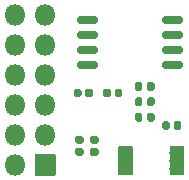
<source format=gbr>
G04 #@! TF.GenerationSoftware,KiCad,Pcbnew,5.1.9+dfsg1-1~bpo10+1*
G04 #@! TF.CreationDate,2022-11-27T17:15:41+01:00*
G04 #@! TF.ProjectId,FLASHTEMP,464c4153-4854-4454-9d50-2e6b69636164,rev?*
G04 #@! TF.SameCoordinates,Original*
G04 #@! TF.FileFunction,Soldermask,Top*
G04 #@! TF.FilePolarity,Negative*
%FSLAX46Y46*%
G04 Gerber Fmt 4.6, Leading zero omitted, Abs format (unit mm)*
G04 Created by KiCad (PCBNEW 5.1.9+dfsg1-1~bpo10+1) date 2022-11-27 17:15:41*
%MOMM*%
%LPD*%
G01*
G04 APERTURE LIST*
%ADD10O,1.802000X1.802000*%
%ADD11C,0.100000*%
G04 APERTURE END LIST*
G36*
G01*
X105706000Y-47729500D02*
X105706000Y-48080500D01*
G75*
G02*
X105530500Y-48256000I-175500J0D01*
G01*
X104179500Y-48256000D01*
G75*
G02*
X104004000Y-48080500I0J175500D01*
G01*
X104004000Y-47729500D01*
G75*
G02*
X104179500Y-47554000I175500J0D01*
G01*
X105530500Y-47554000D01*
G75*
G02*
X105706000Y-47729500I0J-175500D01*
G01*
G37*
G36*
G01*
X105706000Y-46459500D02*
X105706000Y-46810500D01*
G75*
G02*
X105530500Y-46986000I-175500J0D01*
G01*
X104179500Y-46986000D01*
G75*
G02*
X104004000Y-46810500I0J175500D01*
G01*
X104004000Y-46459500D01*
G75*
G02*
X104179500Y-46284000I175500J0D01*
G01*
X105530500Y-46284000D01*
G75*
G02*
X105706000Y-46459500I0J-175500D01*
G01*
G37*
G36*
G01*
X105706000Y-45189500D02*
X105706000Y-45540500D01*
G75*
G02*
X105530500Y-45716000I-175500J0D01*
G01*
X104179500Y-45716000D01*
G75*
G02*
X104004000Y-45540500I0J175500D01*
G01*
X104004000Y-45189500D01*
G75*
G02*
X104179500Y-45014000I175500J0D01*
G01*
X105530500Y-45014000D01*
G75*
G02*
X105706000Y-45189500I0J-175500D01*
G01*
G37*
G36*
G01*
X105706000Y-43919500D02*
X105706000Y-44270500D01*
G75*
G02*
X105530500Y-44446000I-175500J0D01*
G01*
X104179500Y-44446000D01*
G75*
G02*
X104004000Y-44270500I0J175500D01*
G01*
X104004000Y-43919500D01*
G75*
G02*
X104179500Y-43744000I175500J0D01*
G01*
X105530500Y-43744000D01*
G75*
G02*
X105706000Y-43919500I0J-175500D01*
G01*
G37*
G36*
G01*
X112906000Y-43919500D02*
X112906000Y-44270500D01*
G75*
G02*
X112730500Y-44446000I-175500J0D01*
G01*
X111379500Y-44446000D01*
G75*
G02*
X111204000Y-44270500I0J175500D01*
G01*
X111204000Y-43919500D01*
G75*
G02*
X111379500Y-43744000I175500J0D01*
G01*
X112730500Y-43744000D01*
G75*
G02*
X112906000Y-43919500I0J-175500D01*
G01*
G37*
G36*
G01*
X112906000Y-45189500D02*
X112906000Y-45540500D01*
G75*
G02*
X112730500Y-45716000I-175500J0D01*
G01*
X111379500Y-45716000D01*
G75*
G02*
X111204000Y-45540500I0J175500D01*
G01*
X111204000Y-45189500D01*
G75*
G02*
X111379500Y-45014000I175500J0D01*
G01*
X112730500Y-45014000D01*
G75*
G02*
X112906000Y-45189500I0J-175500D01*
G01*
G37*
G36*
G01*
X112906000Y-46459500D02*
X112906000Y-46810500D01*
G75*
G02*
X112730500Y-46986000I-175500J0D01*
G01*
X111379500Y-46986000D01*
G75*
G02*
X111204000Y-46810500I0J175500D01*
G01*
X111204000Y-46459500D01*
G75*
G02*
X111379500Y-46284000I175500J0D01*
G01*
X112730500Y-46284000D01*
G75*
G02*
X112906000Y-46459500I0J-175500D01*
G01*
G37*
G36*
G01*
X112906000Y-47729500D02*
X112906000Y-48080500D01*
G75*
G02*
X112730500Y-48256000I-175500J0D01*
G01*
X111379500Y-48256000D01*
G75*
G02*
X111204000Y-48080500I0J175500D01*
G01*
X111204000Y-47729500D01*
G75*
G02*
X111379500Y-47554000I175500J0D01*
G01*
X112730500Y-47554000D01*
G75*
G02*
X112906000Y-47729500I0J-175500D01*
G01*
G37*
G36*
G01*
X109511000Y-50789500D02*
X109511000Y-51210500D01*
G75*
G02*
X109350500Y-51371000I-160500J0D01*
G01*
X109029500Y-51371000D01*
G75*
G02*
X108869000Y-51210500I0J160500D01*
G01*
X108869000Y-50789500D01*
G75*
G02*
X109029500Y-50629000I160500J0D01*
G01*
X109350500Y-50629000D01*
G75*
G02*
X109511000Y-50789500I0J-160500D01*
G01*
G37*
G36*
G01*
X110531000Y-50789500D02*
X110531000Y-51210500D01*
G75*
G02*
X110370500Y-51371000I-160500J0D01*
G01*
X110049500Y-51371000D01*
G75*
G02*
X109889000Y-51210500I0J160500D01*
G01*
X109889000Y-50789500D01*
G75*
G02*
X110049500Y-50629000I160500J0D01*
G01*
X110370500Y-50629000D01*
G75*
G02*
X110531000Y-50789500I0J-160500D01*
G01*
G37*
G36*
G01*
X109511000Y-52089500D02*
X109511000Y-52510500D01*
G75*
G02*
X109350500Y-52671000I-160500J0D01*
G01*
X109029500Y-52671000D01*
G75*
G02*
X108869000Y-52510500I0J160500D01*
G01*
X108869000Y-52089500D01*
G75*
G02*
X109029500Y-51929000I160500J0D01*
G01*
X109350500Y-51929000D01*
G75*
G02*
X109511000Y-52089500I0J-160500D01*
G01*
G37*
G36*
G01*
X110531000Y-52089500D02*
X110531000Y-52510500D01*
G75*
G02*
X110370500Y-52671000I-160500J0D01*
G01*
X110049500Y-52671000D01*
G75*
G02*
X109889000Y-52510500I0J160500D01*
G01*
X109889000Y-52089500D01*
G75*
G02*
X110049500Y-51929000I160500J0D01*
G01*
X110370500Y-51929000D01*
G75*
G02*
X110531000Y-52089500I0J-160500D01*
G01*
G37*
G36*
G01*
X109511000Y-49489500D02*
X109511000Y-49910500D01*
G75*
G02*
X109350500Y-50071000I-160500J0D01*
G01*
X109029500Y-50071000D01*
G75*
G02*
X108869000Y-49910500I0J160500D01*
G01*
X108869000Y-49489500D01*
G75*
G02*
X109029500Y-49329000I160500J0D01*
G01*
X109350500Y-49329000D01*
G75*
G02*
X109511000Y-49489500I0J-160500D01*
G01*
G37*
G36*
G01*
X110531000Y-49489500D02*
X110531000Y-49910500D01*
G75*
G02*
X110370500Y-50071000I-160500J0D01*
G01*
X110049500Y-50071000D01*
G75*
G02*
X109889000Y-49910500I0J160500D01*
G01*
X109889000Y-49489500D01*
G75*
G02*
X110049500Y-49329000I160500J0D01*
G01*
X110370500Y-49329000D01*
G75*
G02*
X110531000Y-49489500I0J-160500D01*
G01*
G37*
G36*
G01*
X111799000Y-55225000D02*
X111799000Y-54825000D01*
G75*
G02*
X111850000Y-54774000I51000J0D01*
G01*
X113000000Y-54774000D01*
G75*
G02*
X113051000Y-54825000I0J-51000D01*
G01*
X113051000Y-55225000D01*
G75*
G02*
X113000000Y-55276000I-51000J0D01*
G01*
X111850000Y-55276000D01*
G75*
G02*
X111799000Y-55225000I0J51000D01*
G01*
G37*
G36*
G01*
X111799000Y-55875000D02*
X111799000Y-55475000D01*
G75*
G02*
X111850000Y-55424000I51000J0D01*
G01*
X113000000Y-55424000D01*
G75*
G02*
X113051000Y-55475000I0J-51000D01*
G01*
X113051000Y-55875000D01*
G75*
G02*
X113000000Y-55926000I-51000J0D01*
G01*
X111850000Y-55926000D01*
G75*
G02*
X111799000Y-55875000I0J51000D01*
G01*
G37*
G36*
G01*
X111799000Y-56525000D02*
X111799000Y-56125000D01*
G75*
G02*
X111850000Y-56074000I51000J0D01*
G01*
X113000000Y-56074000D01*
G75*
G02*
X113051000Y-56125000I0J-51000D01*
G01*
X113051000Y-56525000D01*
G75*
G02*
X113000000Y-56576000I-51000J0D01*
G01*
X111850000Y-56576000D01*
G75*
G02*
X111799000Y-56525000I0J51000D01*
G01*
G37*
G36*
G01*
X111799000Y-57175000D02*
X111799000Y-56775000D01*
G75*
G02*
X111850000Y-56724000I51000J0D01*
G01*
X113000000Y-56724000D01*
G75*
G02*
X113051000Y-56775000I0J-51000D01*
G01*
X113051000Y-57175000D01*
G75*
G02*
X113000000Y-57226000I-51000J0D01*
G01*
X111850000Y-57226000D01*
G75*
G02*
X111799000Y-57175000I0J51000D01*
G01*
G37*
G36*
G01*
X107449000Y-57175000D02*
X107449000Y-56775000D01*
G75*
G02*
X107500000Y-56724000I51000J0D01*
G01*
X108650000Y-56724000D01*
G75*
G02*
X108701000Y-56775000I0J-51000D01*
G01*
X108701000Y-57175000D01*
G75*
G02*
X108650000Y-57226000I-51000J0D01*
G01*
X107500000Y-57226000D01*
G75*
G02*
X107449000Y-57175000I0J51000D01*
G01*
G37*
G36*
G01*
X107449000Y-56525000D02*
X107449000Y-56125000D01*
G75*
G02*
X107500000Y-56074000I51000J0D01*
G01*
X108650000Y-56074000D01*
G75*
G02*
X108701000Y-56125000I0J-51000D01*
G01*
X108701000Y-56525000D01*
G75*
G02*
X108650000Y-56576000I-51000J0D01*
G01*
X107500000Y-56576000D01*
G75*
G02*
X107449000Y-56525000I0J51000D01*
G01*
G37*
G36*
G01*
X107449000Y-55875000D02*
X107449000Y-55475000D01*
G75*
G02*
X107500000Y-55424000I51000J0D01*
G01*
X108650000Y-55424000D01*
G75*
G02*
X108701000Y-55475000I0J-51000D01*
G01*
X108701000Y-55875000D01*
G75*
G02*
X108650000Y-55926000I-51000J0D01*
G01*
X107500000Y-55926000D01*
G75*
G02*
X107449000Y-55875000I0J51000D01*
G01*
G37*
G36*
G01*
X107449000Y-55225000D02*
X107449000Y-54825000D01*
G75*
G02*
X107500000Y-54774000I51000J0D01*
G01*
X108650000Y-54774000D01*
G75*
G02*
X108701000Y-54825000I0J-51000D01*
G01*
X108701000Y-55225000D01*
G75*
G02*
X108650000Y-55276000I-51000J0D01*
G01*
X107500000Y-55276000D01*
G75*
G02*
X107449000Y-55225000I0J51000D01*
G01*
G37*
G36*
G01*
X107149000Y-50445500D02*
X107149000Y-50054500D01*
G75*
G02*
X107314500Y-49889000I165500J0D01*
G01*
X107645500Y-49889000D01*
G75*
G02*
X107811000Y-50054500I0J-165500D01*
G01*
X107811000Y-50445500D01*
G75*
G02*
X107645500Y-50611000I-165500J0D01*
G01*
X107314500Y-50611000D01*
G75*
G02*
X107149000Y-50445500I0J165500D01*
G01*
G37*
G36*
G01*
X106189000Y-50445500D02*
X106189000Y-50054500D01*
G75*
G02*
X106354500Y-49889000I165500J0D01*
G01*
X106685500Y-49889000D01*
G75*
G02*
X106851000Y-50054500I0J-165500D01*
G01*
X106851000Y-50445500D01*
G75*
G02*
X106685500Y-50611000I-165500J0D01*
G01*
X106354500Y-50611000D01*
G75*
G02*
X106189000Y-50445500I0J165500D01*
G01*
G37*
G36*
G01*
X104351000Y-50054500D02*
X104351000Y-50445500D01*
G75*
G02*
X104185500Y-50611000I-165500J0D01*
G01*
X103854500Y-50611000D01*
G75*
G02*
X103689000Y-50445500I0J165500D01*
G01*
X103689000Y-50054500D01*
G75*
G02*
X103854500Y-49889000I165500J0D01*
G01*
X104185500Y-49889000D01*
G75*
G02*
X104351000Y-50054500I0J-165500D01*
G01*
G37*
G36*
G01*
X105311000Y-50054500D02*
X105311000Y-50445500D01*
G75*
G02*
X105145500Y-50611000I-165500J0D01*
G01*
X104814500Y-50611000D01*
G75*
G02*
X104649000Y-50445500I0J165500D01*
G01*
X104649000Y-50054500D01*
G75*
G02*
X104814500Y-49889000I165500J0D01*
G01*
X105145500Y-49889000D01*
G75*
G02*
X105311000Y-50054500I0J-165500D01*
G01*
G37*
G36*
G01*
X103955500Y-54910000D02*
X104376500Y-54910000D01*
G75*
G02*
X104537000Y-55070500I0J-160500D01*
G01*
X104537000Y-55391500D01*
G75*
G02*
X104376500Y-55552000I-160500J0D01*
G01*
X103955500Y-55552000D01*
G75*
G02*
X103795000Y-55391500I0J160500D01*
G01*
X103795000Y-55070500D01*
G75*
G02*
X103955500Y-54910000I160500J0D01*
G01*
G37*
G36*
G01*
X103955500Y-53890000D02*
X104376500Y-53890000D01*
G75*
G02*
X104537000Y-54050500I0J-160500D01*
G01*
X104537000Y-54371500D01*
G75*
G02*
X104376500Y-54532000I-160500J0D01*
G01*
X103955500Y-54532000D01*
G75*
G02*
X103795000Y-54371500I0J160500D01*
G01*
X103795000Y-54050500D01*
G75*
G02*
X103955500Y-53890000I160500J0D01*
G01*
G37*
G36*
G01*
X105205500Y-54910000D02*
X105626500Y-54910000D01*
G75*
G02*
X105787000Y-55070500I0J-160500D01*
G01*
X105787000Y-55391500D01*
G75*
G02*
X105626500Y-55552000I-160500J0D01*
G01*
X105205500Y-55552000D01*
G75*
G02*
X105045000Y-55391500I0J160500D01*
G01*
X105045000Y-55070500D01*
G75*
G02*
X105205500Y-54910000I160500J0D01*
G01*
G37*
G36*
G01*
X105205500Y-53890000D02*
X105626500Y-53890000D01*
G75*
G02*
X105787000Y-54050500I0J-160500D01*
G01*
X105787000Y-54371500D01*
G75*
G02*
X105626500Y-54532000I-160500J0D01*
G01*
X105205500Y-54532000D01*
G75*
G02*
X105045000Y-54371500I0J160500D01*
G01*
X105045000Y-54050500D01*
G75*
G02*
X105205500Y-53890000I160500J0D01*
G01*
G37*
G36*
G01*
X111851000Y-52804500D02*
X111851000Y-53195500D01*
G75*
G02*
X111685500Y-53361000I-165500J0D01*
G01*
X111354500Y-53361000D01*
G75*
G02*
X111189000Y-53195500I0J165500D01*
G01*
X111189000Y-52804500D01*
G75*
G02*
X111354500Y-52639000I165500J0D01*
G01*
X111685500Y-52639000D01*
G75*
G02*
X111851000Y-52804500I0J-165500D01*
G01*
G37*
G36*
G01*
X112811000Y-52804500D02*
X112811000Y-53195500D01*
G75*
G02*
X112645500Y-53361000I-165500J0D01*
G01*
X112314500Y-53361000D01*
G75*
G02*
X112149000Y-53195500I0J165500D01*
G01*
X112149000Y-52804500D01*
G75*
G02*
X112314500Y-52639000I165500J0D01*
G01*
X112645500Y-52639000D01*
G75*
G02*
X112811000Y-52804500I0J-165500D01*
G01*
G37*
G36*
G01*
X102171000Y-55500000D02*
X102171000Y-57200000D01*
G75*
G02*
X102120000Y-57251000I-51000J0D01*
G01*
X100420000Y-57251000D01*
G75*
G02*
X100369000Y-57200000I0J51000D01*
G01*
X100369000Y-55500000D01*
G75*
G02*
X100420000Y-55449000I51000J0D01*
G01*
X102120000Y-55449000D01*
G75*
G02*
X102171000Y-55500000I0J-51000D01*
G01*
G37*
D10*
X98730000Y-56350000D03*
X101270000Y-53810000D03*
X98730000Y-53810000D03*
X101270000Y-51270000D03*
X98730000Y-51270000D03*
X101270000Y-48730000D03*
X98730000Y-48730000D03*
X101270000Y-46190000D03*
X98730000Y-46190000D03*
X101270000Y-43650000D03*
X98730000Y-43650000D03*
D11*
G36*
X108702732Y-56575000D02*
G01*
X108703000Y-56576000D01*
X108703000Y-56724000D01*
X108702000Y-56725732D01*
X108701000Y-56726000D01*
X107449000Y-56726000D01*
X107447268Y-56725000D01*
X107447000Y-56724000D01*
X107447000Y-56576000D01*
X107448000Y-56574268D01*
X107449000Y-56574000D01*
X108701000Y-56574000D01*
X108702732Y-56575000D01*
G37*
G36*
X113052732Y-56575000D02*
G01*
X113053000Y-56576000D01*
X113053000Y-56724000D01*
X113052000Y-56725732D01*
X113051000Y-56726000D01*
X111799000Y-56726000D01*
X111797268Y-56725000D01*
X111797000Y-56724000D01*
X111797000Y-56576000D01*
X111798000Y-56574268D01*
X111799000Y-56574000D01*
X113051000Y-56574000D01*
X113052732Y-56575000D01*
G37*
G36*
X108702732Y-55925000D02*
G01*
X108703000Y-55926000D01*
X108703000Y-56074000D01*
X108702000Y-56075732D01*
X108701000Y-56076000D01*
X107449000Y-56076000D01*
X107447268Y-56075000D01*
X107447000Y-56074000D01*
X107447000Y-55926000D01*
X107448000Y-55924268D01*
X107449000Y-55924000D01*
X108701000Y-55924000D01*
X108702732Y-55925000D01*
G37*
G36*
X113052732Y-55925000D02*
G01*
X113053000Y-55926000D01*
X113053000Y-56074000D01*
X113052000Y-56075732D01*
X113051000Y-56076000D01*
X111799000Y-56076000D01*
X111797268Y-56075000D01*
X111797000Y-56074000D01*
X111797000Y-55926000D01*
X111798000Y-55924268D01*
X111799000Y-55924000D01*
X113051000Y-55924000D01*
X113052732Y-55925000D01*
G37*
G36*
X113052732Y-55275000D02*
G01*
X113053000Y-55276000D01*
X113053000Y-55424000D01*
X113052000Y-55425732D01*
X113051000Y-55426000D01*
X111799000Y-55426000D01*
X111797268Y-55425000D01*
X111797000Y-55424000D01*
X111797000Y-55276000D01*
X111798000Y-55274268D01*
X111799000Y-55274000D01*
X113051000Y-55274000D01*
X113052732Y-55275000D01*
G37*
G36*
X108702732Y-55275000D02*
G01*
X108703000Y-55276000D01*
X108703000Y-55424000D01*
X108702000Y-55425732D01*
X108701000Y-55426000D01*
X107449000Y-55426000D01*
X107447268Y-55425000D01*
X107447000Y-55424000D01*
X107447000Y-55276000D01*
X107448000Y-55274268D01*
X107449000Y-55274000D01*
X108701000Y-55274000D01*
X108702732Y-55275000D01*
G37*
M02*

</source>
